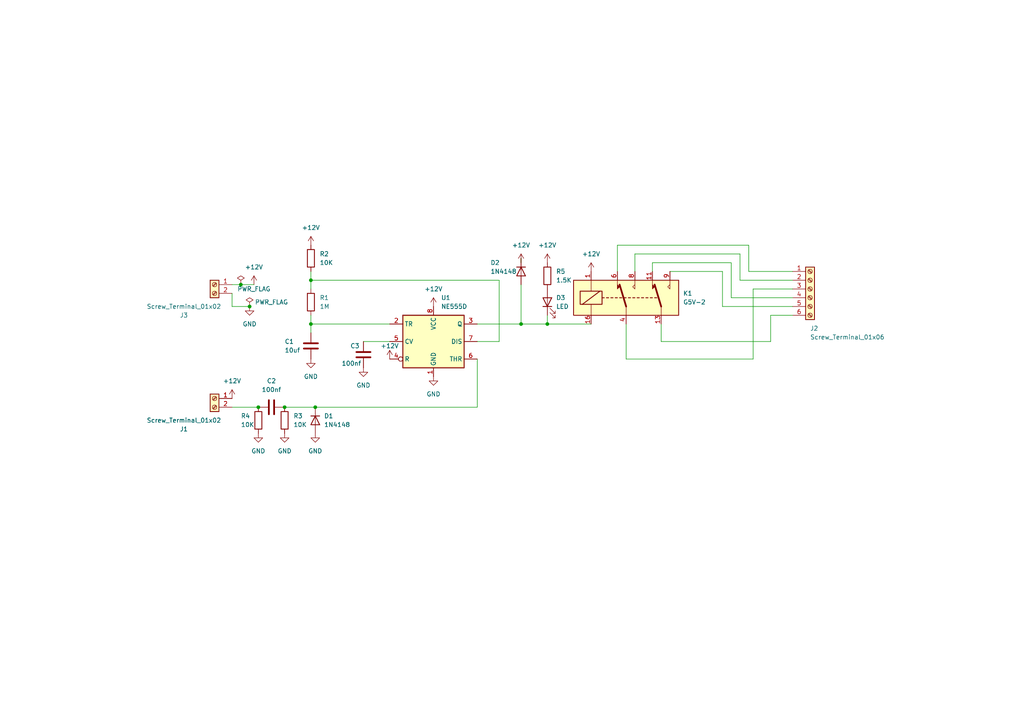
<source format=kicad_sch>
(kicad_sch (version 20230121) (generator eeschema)
  (paper "A4")
  (lib_symbols
    (symbol "Connector:Screw_Terminal_01x02" (pin_names (offset 1.016) hide)
      (property "Reference" "J" (at 0 2.54 0))
      (property "Value" "Screw_Terminal_01x02" (at 0 -5.08 0))
      (symbol "Screw_Terminal_01x02_1_1"
        (rectangle (start -1.27 1.27) (end 1.27 -3.81) (stroke (width 0.254)) (fill (type background)))
        (circle (center 0 -2.54) (radius 0.635) (stroke (width 0.1524)))
        (polyline (pts (xy -0.5334 -2.2098) (xy 0.3302 -3.048)) (stroke (width 0.1524)))
        (polyline (pts (xy -0.5334 0.3302) (xy 0.3302 -0.508)) (stroke (width 0.1524)))
        (polyline (pts (xy -0.3556 -2.032) (xy 0.508 -2.8702)) (stroke (width 0.1524)))
        (polyline (pts (xy -0.3556 0.508) (xy 0.508 -0.3302)) (stroke (width 0.1524)))
        (circle (center 0 0) (radius 0.635) (stroke (width 0.1524)))
        (pin passive line (at -5.08 0 0) (length 3.81) (name "Pin_1") (number "1"))
        (pin passive line (at -5.08 -2.54 0) (length 3.81) (name "Pin_2") (number "2"))
      )
    )
    (symbol "Connector:Screw_Terminal_01x06" (pin_names (offset 1.016) hide)
      (property "Reference" "J" (at 0 7.62 0))
      (property "Value" "Screw_Terminal_01x06" (at 0 -10.16 0))
      (symbol "Screw_Terminal_01x06_1_1"
        (rectangle (start -1.27 6.35) (end 1.27 -8.89) (stroke (width 0.254)) (fill (type background)))
        (circle (center 0 -7.62) (radius 0.635) (stroke (width 0.1524)))
        (circle (center 0 -5.08) (radius 0.635) (stroke (width 0.1524)))
        (circle (center 0 -2.54) (radius 0.635) (stroke (width 0.1524)))
        (polyline (pts (xy -0.5334 -7.2898) (xy 0.3302 -8.128)) (stroke (width 0.1524)))
        (polyline (pts (xy -0.5334 -4.7498) (xy 0.3302 -5.588)) (stroke (width 0.1524)))
        (polyline (pts (xy -0.5334 -2.2098) (xy 0.3302 -3.048)) (stroke (width 0.1524)))
        (polyline (pts (xy -0.5334 0.3302) (xy 0.3302 -0.508)) (stroke (width 0.1524)))
        (polyline (pts (xy -0.5334 2.8702) (xy 0.3302 2.032)) (stroke (width 0.1524)))
        (polyline (pts (xy -0.5334 5.4102) (xy 0.3302 4.572)) (stroke (width 0.1524)))
        (polyline (pts (xy -0.3556 -7.112) (xy 0.508 -7.9502)) (stroke (width 0.1524)))
        (polyline (pts (xy -0.3556 -4.572) (xy 0.508 -5.4102)) (stroke (width 0.1524)))
        (polyline (pts (xy -0.3556 -2.032) (xy 0.508 -2.8702)) (stroke (width 0.1524)))
        (polyline (pts (xy -0.3556 0.508) (xy 0.508 -0.3302)) (stroke (width 0.1524)))
        (polyline (pts (xy -0.3556 3.048) (xy 0.508 2.2098)) (stroke (width 0.1524)))
        (polyline (pts (xy -0.3556 5.588) (xy 0.508 4.7498)) (stroke (width 0.1524)))
        (circle (center 0 0) (radius 0.635) (stroke (width 0.1524)))
        (circle (center 0 2.54) (radius 0.635) (stroke (width 0.1524)))
        (circle (center 0 5.08) (radius 0.635) (stroke (width 0.1524)))
        (pin passive line (at -5.08 5.08 0) (length 3.81) (name "Pin_1") (number "1"))
        (pin passive line (at -5.08 2.54 0) (length 3.81) (name "Pin_2") (number "2"))
        (pin passive line (at -5.08 0 0) (length 3.81) (name "Pin_3") (number "3"))
        (pin passive line (at -5.08 -2.54 0) (length 3.81) (name "Pin_4") (number "4"))
        (pin passive line (at -5.08 -5.08 0) (length 3.81) (name "Pin_5") (number "5"))
        (pin passive line (at -5.08 -7.62 0) (length 3.81) (name "Pin_6") (number "6"))
      )
    )
    (symbol "Device:C" (pin_numbers hide) (pin_names (offset 0.254))
      (property "Reference" "C" (at 0.635 2.54 0))
      (property "Value" "C" (at 0.635 -2.54 0))
      (symbol "C_0_1"
        (polyline (pts (xy -2.032 -0.762) (xy 2.032 -0.762)) (stroke (width 0.508)))
        (polyline (pts (xy -2.032 0.762) (xy 2.032 0.762)) (stroke (width 0.508)))
      )
      (symbol "C_1_1"
        (pin passive line (at 0 3.81 270) (length 2.794) (name "~") (number "1"))
        (pin passive line (at 0 -3.81 90) (length 2.794) (name "~") (number "2"))
      )
    )
    (symbol "Device:D" (pin_numbers hide) (pin_names (offset 1.016) hide)
      (property "Reference" "D" (at 0 2.54 0))
      (property "Value" "D" (at 0 -2.54 0))
      (symbol "D_0_1"
        (polyline (pts (xy -1.27 1.27) (xy -1.27 -1.27)) (stroke (width 0.254)))
        (polyline (pts (xy 1.27 0) (xy -1.27 0)))
        (polyline (pts (xy 1.27 1.27) (xy 1.27 -1.27) (xy -1.27 0) (xy 1.27 1.27)) (stroke (width 0.254)))
      )
      (symbol "D_1_1"
        (pin passive line (at -3.81 0 0) (length 2.54) (name "K") (number "1"))
        (pin passive line (at 3.81 0 180) (length 2.54) (name "A") (number "2"))
      )
    )
    (symbol "Device:LED" (pin_numbers hide) (pin_names (offset 1.016) hide)
      (property "Reference" "D" (at 0 2.54 0))
      (property "Value" "LED" (at 0 -2.54 0))
      (symbol "LED_0_1"
        (polyline (pts (xy -1.27 -1.27) (xy -1.27 1.27)) (stroke (width 0.254)))
        (polyline (pts (xy -1.27 0) (xy 1.27 0)))
        (polyline (pts (xy 1.27 -1.27) (xy 1.27 1.27) (xy -1.27 0) (xy 1.27 -1.27)) (stroke (width 0.254)))
        (polyline (pts (xy -3.048 -0.762) (xy -4.572 -2.286) (xy -3.81 -2.286) (xy -4.572 -2.286) (xy -4.572 -1.524)))
        (polyline (pts (xy -1.778 -0.762) (xy -3.302 -2.286) (xy -2.54 -2.286) (xy -3.302 -2.286) (xy -3.302 -1.524)))
      )
      (symbol "LED_1_1"
        (pin passive line (at -3.81 0 0) (length 2.54) (name "K") (number "1"))
        (pin passive line (at 3.81 0 180) (length 2.54) (name "A") (number "2"))
      )
    )
    (symbol "Device:R" (pin_numbers hide) (pin_names (offset 0))
      (property "Reference" "R" (at 2.032 0 90))
      (property "Value" "R" (at 0 0 90))
      (symbol "R_0_1"
        (rectangle (start -1.016 -2.54) (end 1.016 2.54) (stroke (width 0.254)))
      )
      (symbol "R_1_1"
        (pin passive line (at 0 3.81 270) (length 1.27) (name "~") (number "1"))
        (pin passive line (at 0 -3.81 90) (length 1.27) (name "~") (number "2"))
      )
    )
    (symbol "Relay:G5V-2"
      (property "Reference" "K" (at 16.51 3.81 0))
      (property "Value" "G5V-2" (at 16.51 1.27 0))
      (symbol "G5V-2_0_1"
        (rectangle (start -15.24 5.08) (end 15.24 -5.08) (stroke (width 0.254)) (fill (type background)))
        (rectangle (start -13.335 1.905) (end -6.985 -1.905) (stroke (width 0.254)))
        (polyline (pts (xy -12.7 -1.905) (xy -7.62 1.905)) (stroke (width 0.254)))
        (polyline (pts (xy -10.16 -5.08) (xy -10.16 -1.905)))
        (polyline (pts (xy -10.16 5.08) (xy -10.16 1.905)))
        (polyline (pts (xy -6.985 0) (xy -6.35 0)) (stroke (width 0.254)))
        (polyline (pts (xy -5.715 0) (xy -5.08 0)) (stroke (width 0.254)))
        (polyline (pts (xy -4.445 0) (xy -3.81 0)) (stroke (width 0.254)))
        (polyline (pts (xy -3.175 0) (xy -2.54 0)) (stroke (width 0.254)))
        (polyline (pts (xy -1.905 0) (xy -1.27 0)) (stroke (width 0.254)))
        (polyline (pts (xy -0.635 0) (xy 0 0)) (stroke (width 0.254)))
        (polyline (pts (xy 0 -2.54) (xy -1.905 3.81)) (stroke (width 0.508)))
        (polyline (pts (xy 0 -2.54) (xy 0 -5.08)))
        (polyline (pts (xy 0.635 0) (xy 1.27 0)) (stroke (width 0.254)))
        (polyline (pts (xy 1.905 0) (xy 2.54 0)) (stroke (width 0.254)))
        (polyline (pts (xy 3.175 0) (xy 3.81 0)) (stroke (width 0.254)))
        (polyline (pts (xy 4.445 0) (xy 5.08 0)) (stroke (width 0.254)))
        (polyline (pts (xy 5.715 0) (xy 6.35 0)) (stroke (width 0.254)))
        (polyline (pts (xy 6.985 0) (xy 7.62 0)) (stroke (width 0.254)))
        (polyline (pts (xy 8.255 0) (xy 8.89 0)) (stroke (width 0.254)))
        (polyline (pts (xy 10.16 -2.54) (xy 8.255 3.81)) (stroke (width 0.508)))
        (polyline (pts (xy 10.16 -2.54) (xy 10.16 -5.08)))
        (polyline (pts (xy -2.54 5.08) (xy -2.54 2.54) (xy -1.905 3.175) (xy -2.54 3.81)) (fill (type outline)))
        (polyline (pts (xy 2.54 5.08) (xy 2.54 2.54) (xy 1.905 3.175) (xy 2.54 3.81)))
        (polyline (pts (xy 7.62 5.08) (xy 7.62 2.54) (xy 8.255 3.175) (xy 7.62 3.81)) (fill (type outline)))
        (polyline (pts (xy 12.7 5.08) (xy 12.7 2.54) (xy 12.065 3.175) (xy 12.7 3.81)))
      )
      (symbol "G5V-2_1_1"
        (pin passive line (at -10.16 7.62 270) (length 2.54) (name "~") (number "1"))
        (pin passive line (at 7.62 7.62 270) (length 2.54) (name "~") (number "11"))
        (pin passive line (at 10.16 -7.62 90) (length 2.54) (name "~") (number "13"))
        (pin passive line (at -10.16 -7.62 90) (length 2.54) (name "~") (number "16"))
        (pin passive line (at 0 -7.62 90) (length 2.54) (name "~") (number "4"))
        (pin passive line (at -2.54 7.62 270) (length 2.54) (name "~") (number "6"))
        (pin passive line (at 2.54 7.62 270) (length 2.54) (name "~") (number "8"))
        (pin passive line (at 12.7 7.62 270) (length 2.54) (name "~") (number "9"))
      )
    )
    (symbol "Timer:NE555D"
      (property "Reference" "U" (at -10.16 8.89 0))
      (property "Value" "NE555D" (at 2.54 8.89 0))
      (symbol "NE555D_0_0"
        (pin power_in line (at 0 -10.16 90) (length 2.54) (name "GND") (number "1"))
        (pin power_in line (at 0 10.16 270) (length 2.54) (name "VCC") (number "8"))
      )
      (symbol "NE555D_0_1"
        (rectangle (start -8.89 -7.62) (end 8.89 7.62) (stroke (width 0.254)) (fill (type background)))
        (rectangle (start -8.89 -7.62) (end 8.89 7.62) (stroke (width 0.254)) (fill (type background)))
      )
      (symbol "NE555D_1_1"
        (pin input line (at -12.7 5.08 0) (length 3.81) (name "TR") (number "2"))
        (pin output line (at 12.7 5.08 180) (length 3.81) (name "Q") (number "3"))
        (pin input inverted (at -12.7 -5.08 0) (length 3.81) (name "R") (number "4"))
        (pin input line (at -12.7 0 0) (length 3.81) (name "CV") (number "5"))
        (pin input line (at 12.7 -5.08 180) (length 3.81) (name "THR") (number "6"))
        (pin input line (at 12.7 0 180) (length 3.81) (name "DIS") (number "7"))
      )
    )
    (symbol "power:+12V" (power) (pin_names (offset 0))
      (property "Value" "+12V" (at 0 3.556 0))
      (symbol "+12V_0_1"
        (polyline (pts (xy -0.762 1.27) (xy 0 2.54)))
        (polyline (pts (xy 0 0) (xy 0 2.54)))
        (polyline (pts (xy 0 2.54) (xy 0.762 1.27)))
      )
      (symbol "+12V_1_1"
        (pin power_in line (at 0 0 90) (length 0) hide (name "+12V") (number "1"))
      )
    )
    (symbol "power:GND" (power) (pin_names (offset 0))
      (property "Value" "GND" (at 0 -3.81 0))
      (symbol "GND_0_1"
        (polyline (pts (xy 0 0) (xy 0 -1.27) (xy 1.27 -1.27) (xy 0 -2.54) (xy -1.27 -1.27) (xy 0 -1.27)))
      )
      (symbol "GND_1_1"
        (pin power_in line (at 0 0 270) (length 0) hide (name "GND") (number "1"))
      )
    )
    (symbol "power:PWR_FLAG" (power) (pin_numbers hide) (pin_names (offset 0) hide)
      (property "Value" "PWR_FLAG" (at 0 3.81 0))
      (symbol "PWR_FLAG_0_0"
        (pin power_out line (at 0 0 90) (length 0) (name "pwr") (number "1"))
      )
      (symbol "PWR_FLAG_0_1"
        (polyline (pts (xy 0 0) (xy 0 1.27) (xy -1.016 1.905) (xy 0 2.54) (xy 1.016 1.905) (xy 0 1.27)))
      )
    )
  )
  (junction (at 72.39 88.9))
  (junction (at 90.17 81.28))
  (junction (at 74.93 118.11))
  (junction (at 82.55 118.11))
  (junction (at 151.13 93.98))
  (junction (at 90.17 93.98))
  (junction (at 69.85 82.55))
  (junction (at 91.44 118.11))
  (junction (at 158.75 93.98))
  (wire (pts (xy 212.09 86.36) (xy 229.87 86.36)))
  (wire (pts (xy 90.17 81.28) (xy 90.17 83.82)))
  (wire (pts (xy 179.07 71.12) (xy 217.17 71.12)))
  (wire (pts (xy 217.17 71.12) (xy 217.17 78.74)))
  (wire (pts (xy 218.44 104.14) (xy 218.44 83.82)))
  (wire (pts (xy 73.66 82.55) (xy 69.85 82.55)))
  (wire (pts (xy 90.17 93.98) (xy 90.17 96.52)))
  (wire (pts (xy 179.07 78.74) (xy 179.07 71.12)))
  (wire (pts (xy 209.55 88.9) (xy 229.87 88.9)))
  (wire (pts (xy 181.61 93.98) (xy 181.61 104.14)))
  (wire (pts (xy 90.17 78.74) (xy 90.17 81.28)))
  (wire (pts (xy 184.15 78.74) (xy 184.15 73.66)))
  (wire (pts (xy 151.13 74.93) (xy 151.13 76.2)))
  (wire (pts (xy 158.75 93.98) (xy 171.45 93.98)))
  (wire (pts (xy 218.44 83.82) (xy 229.87 83.82)))
  (wire (pts (xy 91.44 118.11) (xy 138.43 118.11)))
  (wire (pts (xy 151.13 82.55) (xy 151.13 93.98)))
  (wire (pts (xy 69.85 82.55) (xy 67.31 82.55)))
  (wire (pts (xy 223.52 91.44) (xy 229.87 91.44)))
  (wire (pts (xy 90.17 93.98) (xy 113.03 93.98)))
  (wire (pts (xy 67.31 85.09) (xy 67.31 88.9)))
  (wire (pts (xy 194.31 78.74) (xy 209.55 78.74)))
  (wire (pts (xy 209.55 78.74) (xy 209.55 88.9)))
  (wire (pts (xy 67.31 118.11) (xy 74.93 118.11)))
  (wire (pts (xy 189.23 78.74) (xy 189.23 76.2)))
  (wire (pts (xy 138.43 93.98) (xy 151.13 93.98)))
  (wire (pts (xy 144.78 99.06) (xy 144.78 81.28)))
  (wire (pts (xy 158.75 91.44) (xy 158.75 93.98)))
  (wire (pts (xy 223.52 91.44) (xy 223.52 99.06)))
  (wire (pts (xy 82.55 118.11) (xy 91.44 118.11)))
  (wire (pts (xy 214.63 81.28) (xy 229.87 81.28)))
  (wire (pts (xy 67.31 88.9) (xy 72.39 88.9)))
  (wire (pts (xy 212.09 76.2) (xy 212.09 86.36)))
  (wire (pts (xy 181.61 104.14) (xy 218.44 104.14)))
  (wire (pts (xy 144.78 81.28) (xy 90.17 81.28)))
  (wire (pts (xy 217.17 78.74) (xy 229.87 78.74)))
  (wire (pts (xy 191.77 99.06) (xy 223.52 99.06)))
  (wire (pts (xy 184.15 73.66) (xy 214.63 73.66)))
  (wire (pts (xy 151.13 93.98) (xy 158.75 93.98)))
  (wire (pts (xy 90.17 91.44) (xy 90.17 93.98)))
  (wire (pts (xy 191.77 93.98) (xy 191.77 99.06)))
  (wire (pts (xy 138.43 99.06) (xy 144.78 99.06)))
  (wire (pts (xy 214.63 73.66) (xy 214.63 81.28)))
  (wire (pts (xy 105.41 99.06) (xy 113.03 99.06)))
  (wire (pts (xy 138.43 118.11) (xy 138.43 104.14)))
  (wire (pts (xy 189.23 76.2) (xy 212.09 76.2)))
  (symbol (lib_id "Device:R") (at 90.17 87.63 180) (unit 1)
    (property "Reference" "R1" (at 92.71 86.36 0) (effects (justify right)))
    (property "Value" "1M" (at 92.71 88.9 0) (effects (justify right)))
    (property "Footprint" "Resistor_SMD:R_0805_2012Metric" (effects hide))
    (property "LCSC" "C17514" (effects hide))
  )
  (symbol (lib_id "power:+12V") (at 151.13 76.2 0) (unit 1)
    (property "Reference" "#PWR014" (effects hide))
    (property "Value" "+12V" (at 151.13 71.12 0))
  )
  (symbol (lib_id "power:PWR_FLAG") (at 69.85 82.55 0) (unit 1)
    (property "Reference" "#FLG01" (effects hide))
    (property "Value" "PWR_FLAG" (at 73.66 83.82 0))
  )
  (symbol (lib_id "power:+12V") (at 158.75 76.2 0) (unit 1)
    (property "Reference" "#PWR015" (effects hide))
    (property "Value" "+12V" (at 158.75 71.12 0))
  )
  (symbol (lib_id "power:GND") (at 105.41 106.68 0) (unit 1)
    (property "Reference" "#PWR03" (effects hide))
    (property "Value" "GND" (at 105.41 111.76 0))
  )
  (symbol (lib_id "Connector:Screw_Terminal_01x06") (at 234.95 83.82 0) (unit 1)
    (property "Reference" "J2" (at 234.95 95.25 0) (effects (justify left)))
    (property "Value" "Screw_Terminal_01x06" (at 234.95 97.79 0) (effects (justify left)))
    (property "Footprint" "TerminalBlock_Phoenix:TerminalBlock_Phoenix_MPT-0,5-6-2.54_1x06_P2.54mm_Horizontal" (effects hide))
    (property "LCSC" "C915915" (effects hide))
  )
  (symbol (lib_id "power:PWR_FLAG") (at 72.39 88.9 0) (unit 1)
    (property "Reference" "#FLG02" (effects hide))
    (property "Value" "PWR_FLAG" (at 78.74 87.63 0))
  )
  (symbol (lib_id "Device:C") (at 90.17 100.33 0) (unit 1)
    (property "Reference" "C1" (at 82.55 99.06 0) (effects (justify left)))
    (property "Value" "10uf" (at 82.55 101.6 0) (effects (justify left)))
    (property "Footprint" "Capacitor_SMD:C_0805_2012Metric" (effects hide))
    (property "LCSC" "C440198" (effects hide))
  )
  (symbol (lib_id "power:+12V") (at 73.66 82.55 0) (unit 1)
    (property "Reference" "#PWR012" (effects hide))
    (property "Value" "+12V" (at 73.66 77.47 0))
  )
  (symbol (lib_id "Device:D") (at 91.44 121.92 270) (unit 1)
    (property "Reference" "D1" (at 93.98 120.65 90) (effects (justify left)))
    (property "Value" "1N4148" (at 93.98 123.19 90) (effects (justify left)))
    (property "Footprint" "Diode_SMD:D_SOD-123" (effects hide))
    (property "Sim.Device" "D" (effects hide))
    (property "Sim.Pins" "1=K 2=A" (effects hide))
    (property "LCSC" "C81598" (effects hide))
  )
  (symbol (lib_id "Device:LED") (at 158.75 87.63 90) (unit 1)
    (property "Reference" "D3" (at 161.29 86.36 90) (effects (justify right)))
    (property "Value" "LED" (at 161.29 88.9 90) (effects (justify right)))
    (property "Footprint" "LED_SMD:LED_0805_2012Metric" (effects hide))
    (property "LCSC" "C84256" (effects hide))
  )
  (symbol (lib_id "power:GND") (at 72.39 88.9 0) (unit 1)
    (property "Reference" "#PWR013" (effects hide))
    (property "Value" "GND" (at 72.39 93.98 0))
  )
  (symbol (lib_id "power:GND") (at 125.73 109.22 0) (unit 1)
    (property "Reference" "#PWR02" (effects hide))
    (property "Value" "GND" (at 125.73 114.3 0))
  )
  (symbol (lib_id "power:+12V") (at 113.03 104.14 0) (unit 1)
    (property "Reference" "#PWR08" (effects hide))
    (property "Value" "+12V" (at 113.03 100.33 0))
  )
  (symbol (lib_id "Timer:NE555D") (at 125.73 99.06 0) (unit 1)
    (property "Reference" "U1" (at 127.9241 86.36 0) (effects (justify left)))
    (property "Value" "NE555D" (at 127.9241 88.9 0) (effects (justify left)))
    (property "Footprint" "Package_SO:SOIC-8_3.9x4.9mm_P1.27mm" (effects hide))
    (property "Datasheet" "http://www.ti.com/lit/ds/symlink/ne555.pdf" (effects hide))
    (property "LCSC" "C7593" (effects hide))
  )
  (symbol (lib_id "Relay:G5V-2") (at 181.61 86.36 0) (unit 1)
    (property "Reference" "K1" (at 198.12 85.09 0) (effects (justify left)))
    (property "Value" "G5V-2" (at 198.12 87.63 0) (effects (justify left)))
    (property "Footprint" "Relay_THT:Relay_DPDT_Omron_G5V-2" (effects hide))
    (property "Datasheet" "http://omronfs.omron.com/en_US/ecb/products/pdf/en-g5v_2.pdf" (effects hide))
    (property "LCSC" "C28089" (effects hide))
  )
  (symbol (lib_id "Connector:Screw_Terminal_01x02") (at 62.23 115.57 0) (mirror y) (unit 1)
    (property "Reference" "J1" (at 53.34 124.46 0))
    (property "Value" "Screw_Terminal_01x02" (at 53.34 121.92 0))
    (property "Footprint" "TerminalBlock_Phoenix:TerminalBlock_Phoenix_MPT-0,5-2-2.54_1x02_P2.54mm_Horizontal" (effects hide))
    (property "LCSC" "C557685" (effects hide))
  )
  (symbol (lib_id "Device:D") (at 151.13 78.74 270) (unit 1)
    (property "Reference" "D2" (at 142.24 76.2 90) (effects (justify left)))
    (property "Value" "1N4148" (at 142.24 78.74 90) (effects (justify left)))
    (property "Footprint" "Diode_SMD:D_SOD-123" (effects hide))
    (property "Sim.Device" "D" (effects hide))
    (property "Sim.Pins" "1=K 2=A" (effects hide))
    (property "LCSC" "C81598" (effects hide))
  )
  (symbol (lib_id "Device:R") (at 90.17 74.93 0) (unit 1)
    (property "Reference" "R2" (at 92.71 73.66 0) (effects (justify left)))
    (property "Value" "10K" (at 92.71 76.2 0) (effects (justify left)))
    (property "Footprint" "Resistor_SMD:R_0805_2012Metric" (effects hide))
    (property "LCSC" "C17414" (effects hide))
  )
  (symbol (lib_id "Connector:Screw_Terminal_01x02") (at 62.23 82.55 0) (mirror y) (unit 1)
    (property "Reference" "J3" (at 53.34 91.44 0))
    (property "Value" "Screw_Terminal_01x02" (at 53.34 88.9 0))
    (property "Footprint" "TerminalBlock_Phoenix:TerminalBlock_Phoenix_MPT-0,5-2-2.54_1x02_P2.54mm_Horizontal" (effects hide))
    (property "LCSC" "C557685" (effects hide))
  )
  (symbol (lib_id "Device:R") (at 158.75 80.01 0) (unit 1)
    (property "Reference" "R5" (at 161.29 78.74 0) (effects (justify left)))
    (property "Value" "1.5K" (at 161.29 81.28 0) (effects (justify left)))
    (property "Footprint" "Resistor_SMD:R_0805_2012Metric" (effects hide))
    (property "LCSC" "C4310" (effects hide))
  )
  (symbol (lib_id "power:+12V") (at 125.73 88.9 0) (unit 1)
    (property "Reference" "#PWR07" (effects hide))
    (property "Value" "+12V" (at 125.73 83.82 0))
  )
  (symbol (lib_id "power:GND") (at 91.44 125.73 0) (unit 1)
    (property "Reference" "#PWR06" (effects hide))
    (property "Value" "GND" (at 91.44 130.81 0))
  )
  (symbol (lib_id "Device:C") (at 78.74 118.11 90) (unit 1)
    (property "Reference" "C2" (at 78.74 110.49 90))
    (property "Value" "100nf" (at 78.74 113.03 90))
    (property "Footprint" "Capacitor_SMD:C_0805_2012Metric" (effects hide))
    (property "LCSC" "C49678" (effects hide))
  )
  (symbol (lib_id "power:GND") (at 82.55 125.73 0) (unit 1)
    (property "Reference" "#PWR04" (effects hide))
    (property "Value" "GND" (at 82.55 130.81 0))
  )
  (symbol (lib_id "power:+12V") (at 171.45 78.74 0) (unit 1)
    (property "Reference" "#PWR010" (effects hide))
    (property "Value" "+12V" (at 171.45 73.66 0))
  )
  (symbol (lib_id "Device:R") (at 74.93 121.92 0) (unit 1)
    (property "Reference" "R4" (at 69.85 120.65 0) (effects (justify left)))
    (property "Value" "10K" (at 69.85 123.19 0) (effects (justify left)))
    (property "Footprint" "Resistor_SMD:R_0805_2012Metric" (effects hide))
    (property "LCSC" "C17414" (effects hide))
  )
  (symbol (lib_id "Device:R") (at 82.55 121.92 0) (unit 1)
    (property "Reference" "R3" (at 85.09 120.65 0) (effects (justify left)))
    (property "Value" "10K" (at 85.09 123.19 0) (effects (justify left)))
    (property "Footprint" "Resistor_SMD:R_0805_2012Metric" (effects hide))
    (property "LCSC" "C17414" (effects hide))
  )
  (symbol (lib_id "Device:C") (at 105.41 102.87 0) (unit 1)
    (property "Reference" "C3" (at 101.6 100.33 0) (effects (justify left)))
    (property "Value" "100nf" (at 99.06 105.41 0) (effects (justify left)))
    (property "Footprint" "Capacitor_SMD:C_0805_2012Metric" (effects hide))
    (property "LCSC" "C49678" (effects hide))
  )
  (symbol (lib_id "power:GND") (at 90.17 104.14 0) (unit 1)
    (property "Reference" "#PWR01" (effects hide))
    (property "Value" "GND" (at 90.17 109.22 0))
  )
  (symbol (lib_id "power:GND") (at 74.93 125.73 0) (unit 1)
    (property "Reference" "#PWR05" (effects hide))
    (property "Value" "GND" (at 74.93 130.81 0))
  )
  (symbol (lib_id "power:+12V") (at 90.17 71.12 0) (unit 1)
    (property "Reference" "#PWR09" (effects hide))
    (property "Value" "+12V" (at 90.17 66.04 0))
  )
  (symbol (lib_id "power:+12V") (at 67.31 115.57 0) (unit 1)
    (property "Reference" "#PWR011" (effects hide))
    (property "Value" "+12V" (at 67.31 110.49 0))
  )
)
</source>
